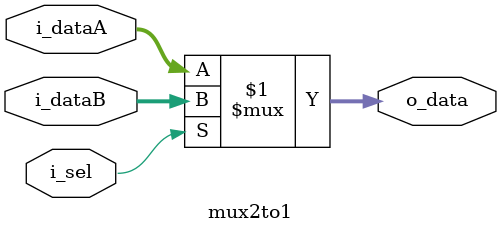
<source format=v>
module mux2to1(
    input [9:0] i_dataA,
    input [9:0] i_dataB,
    input       i_sel,
    output [9:0] o_data
);
assign o_data = i_sel ? i_dataB : i_dataA;
endmodule
</source>
